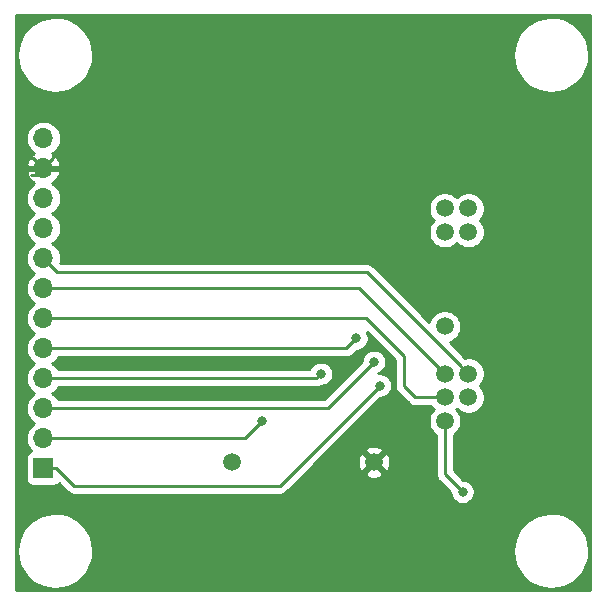
<source format=gbr>
G04 #@! TF.GenerationSoftware,KiCad,Pcbnew,(6.0.0-rc1-dev-1546-g786ee0e)*
G04 #@! TF.CreationDate,2021-05-18T14:50:20-07:00
G04 #@! TF.ProjectId,Dock,446f636b-2e6b-4696-9361-645f70636258,rev?*
G04 #@! TF.SameCoordinates,Original*
G04 #@! TF.FileFunction,Copper,L2,Bot*
G04 #@! TF.FilePolarity,Positive*
%FSLAX46Y46*%
G04 Gerber Fmt 4.6, Leading zero omitted, Abs format (unit mm)*
G04 Created by KiCad (PCBNEW (6.0.0-rc1-dev-1546-g786ee0e)) date Tue 18 May 2021 02:50:20 PM PDT*
%MOMM*%
%LPD*%
G04 APERTURE LIST*
%ADD10C,1.500000*%
%ADD11O,1.700000X1.700000*%
%ADD12R,1.700000X1.700000*%
%ADD13C,0.800000*%
%ADD14C,0.250000*%
%ADD15C,0.254000*%
G04 APERTURE END LIST*
D10*
X96500000Y-47500000D03*
X96500000Y-37500000D03*
X98500000Y-37500000D03*
X96500000Y-39500000D03*
X98500000Y-39500000D03*
X96500000Y-53500000D03*
X96500000Y-51500000D03*
X98500000Y-51500000D03*
X96500000Y-55500000D03*
X98500000Y-53500000D03*
X90500000Y-59000000D03*
X78500000Y-59000000D03*
D11*
X62500000Y-31560000D03*
X62500000Y-34100000D03*
X62500000Y-36640000D03*
X62500000Y-39180000D03*
X62500000Y-41720000D03*
X62500000Y-44260000D03*
X62500000Y-46800000D03*
X62500000Y-49340000D03*
X62500000Y-51880000D03*
X62500000Y-54420000D03*
X62500000Y-56960000D03*
D12*
X62500000Y-59500000D03*
D13*
X98000000Y-61500000D03*
X89000000Y-48500000D03*
X86000000Y-51500000D03*
X90500000Y-50500000D03*
X81000000Y-55500000D03*
X91000000Y-52500000D03*
D14*
X96500000Y-60000000D02*
X96500000Y-55500000D01*
X98000000Y-61500000D02*
X96500000Y-60000000D01*
X97750001Y-50750001D02*
X98500000Y-51500000D01*
X89895001Y-42895001D02*
X97750001Y-50750001D01*
X63675001Y-42895001D02*
X89895001Y-42895001D01*
X62500000Y-41720000D02*
X63675001Y-42895001D01*
X89260000Y-44260000D02*
X96500000Y-51500000D01*
X62500000Y-44260000D02*
X89260000Y-44260000D01*
X89800000Y-46800000D02*
X93000000Y-50000000D01*
X62500000Y-46800000D02*
X89800000Y-46800000D01*
X93000000Y-50000000D02*
X93000000Y-52500000D01*
X93000000Y-52500000D02*
X94000000Y-53500000D01*
X94000000Y-53500000D02*
X96500000Y-53500000D01*
X88160000Y-49340000D02*
X89000000Y-48500000D01*
X62500000Y-49340000D02*
X88160000Y-49340000D01*
X85620000Y-51880000D02*
X86000000Y-51500000D01*
X62500000Y-51880000D02*
X85620000Y-51880000D01*
X86580000Y-54420000D02*
X90500000Y-50500000D01*
X62500000Y-54420000D02*
X86580000Y-54420000D01*
X79540000Y-56960000D02*
X81000000Y-55500000D01*
X62500000Y-56960000D02*
X79540000Y-56960000D01*
X63600000Y-59500000D02*
X65100000Y-61000000D01*
X62500000Y-59500000D02*
X63600000Y-59500000D01*
X82500000Y-61000000D02*
X91000000Y-52500000D01*
X65100000Y-61000000D02*
X82500000Y-61000000D01*
X63349999Y-33250001D02*
X62500000Y-34100000D01*
X63349999Y-33049999D02*
X63349999Y-33250001D01*
X63300000Y-33000000D02*
X63349999Y-33049999D01*
X61650001Y-33250001D02*
X61249999Y-33250001D01*
X61650001Y-33250001D02*
X62500000Y-34100000D01*
X61900000Y-34700000D02*
X62500000Y-34100000D01*
X61500000Y-34700000D02*
X61900000Y-34700000D01*
X61100000Y-34100000D02*
X62500000Y-34100000D01*
X61000000Y-34000000D02*
X61100000Y-34100000D01*
D15*
G36*
X108815000Y-69815000D02*
G01*
X60185000Y-69815000D01*
X60185000Y-66545098D01*
X60270315Y-66545098D01*
X60340583Y-67171555D01*
X60531193Y-67772432D01*
X60834883Y-68324843D01*
X61240087Y-68807747D01*
X61731371Y-69202749D01*
X62290021Y-69494804D01*
X62894758Y-69672788D01*
X63522549Y-69729921D01*
X64149482Y-69664028D01*
X64751675Y-69477618D01*
X65306193Y-69177791D01*
X65791913Y-68775968D01*
X66190336Y-68287455D01*
X66486284Y-67730857D01*
X66668485Y-67127377D01*
X66725578Y-66545098D01*
X102270315Y-66545098D01*
X102340583Y-67171555D01*
X102531193Y-67772432D01*
X102834883Y-68324843D01*
X103240087Y-68807747D01*
X103731371Y-69202749D01*
X104290021Y-69494804D01*
X104894758Y-69672788D01*
X105522549Y-69729921D01*
X106149482Y-69664028D01*
X106751675Y-69477618D01*
X107306193Y-69177791D01*
X107791913Y-68775968D01*
X108190336Y-68287455D01*
X108486284Y-67730857D01*
X108668485Y-67127377D01*
X108730000Y-66500000D01*
X108728741Y-66409813D01*
X108649732Y-65784398D01*
X108450752Y-65186241D01*
X108139378Y-64638124D01*
X107727471Y-64160925D01*
X107230721Y-63772821D01*
X106668047Y-63488594D01*
X106060884Y-63319071D01*
X105432356Y-63270708D01*
X104806405Y-63345349D01*
X104206873Y-63540148D01*
X103656595Y-63847688D01*
X103176532Y-64256253D01*
X102784970Y-64750282D01*
X102496822Y-65310958D01*
X102323064Y-65916923D01*
X102270315Y-66545098D01*
X66725578Y-66545098D01*
X66730000Y-66500000D01*
X66728741Y-66409813D01*
X66649732Y-65784398D01*
X66450752Y-65186241D01*
X66139378Y-64638124D01*
X65727471Y-64160925D01*
X65230721Y-63772821D01*
X64668047Y-63488594D01*
X64060884Y-63319071D01*
X63432356Y-63270708D01*
X62806405Y-63345349D01*
X62206873Y-63540148D01*
X61656595Y-63847688D01*
X61176532Y-64256253D01*
X60784970Y-64750282D01*
X60496822Y-65310958D01*
X60323064Y-65916923D01*
X60270315Y-66545098D01*
X60185000Y-66545098D01*
X60185000Y-36640000D01*
X61007815Y-36640000D01*
X61036487Y-36931111D01*
X61121401Y-37211034D01*
X61259294Y-37469014D01*
X61444866Y-37695134D01*
X61670986Y-37880706D01*
X61725791Y-37910000D01*
X61670986Y-37939294D01*
X61444866Y-38124866D01*
X61259294Y-38350986D01*
X61121401Y-38608966D01*
X61036487Y-38888889D01*
X61007815Y-39180000D01*
X61036487Y-39471111D01*
X61121401Y-39751034D01*
X61259294Y-40009014D01*
X61444866Y-40235134D01*
X61670986Y-40420706D01*
X61725791Y-40450000D01*
X61670986Y-40479294D01*
X61444866Y-40664866D01*
X61259294Y-40890986D01*
X61121401Y-41148966D01*
X61036487Y-41428889D01*
X61007815Y-41720000D01*
X61036487Y-42011111D01*
X61121401Y-42291034D01*
X61259294Y-42549014D01*
X61444866Y-42775134D01*
X61670986Y-42960706D01*
X61725791Y-42990000D01*
X61670986Y-43019294D01*
X61444866Y-43204866D01*
X61259294Y-43430986D01*
X61121401Y-43688966D01*
X61036487Y-43968889D01*
X61007815Y-44260000D01*
X61036487Y-44551111D01*
X61121401Y-44831034D01*
X61259294Y-45089014D01*
X61444866Y-45315134D01*
X61670986Y-45500706D01*
X61725791Y-45530000D01*
X61670986Y-45559294D01*
X61444866Y-45744866D01*
X61259294Y-45970986D01*
X61121401Y-46228966D01*
X61036487Y-46508889D01*
X61007815Y-46800000D01*
X61036487Y-47091111D01*
X61121401Y-47371034D01*
X61259294Y-47629014D01*
X61444866Y-47855134D01*
X61670986Y-48040706D01*
X61725791Y-48070000D01*
X61670986Y-48099294D01*
X61444866Y-48284866D01*
X61259294Y-48510986D01*
X61121401Y-48768966D01*
X61036487Y-49048889D01*
X61007815Y-49340000D01*
X61036487Y-49631111D01*
X61121401Y-49911034D01*
X61259294Y-50169014D01*
X61444866Y-50395134D01*
X61670986Y-50580706D01*
X61725791Y-50610000D01*
X61670986Y-50639294D01*
X61444866Y-50824866D01*
X61259294Y-51050986D01*
X61121401Y-51308966D01*
X61036487Y-51588889D01*
X61007815Y-51880000D01*
X61036487Y-52171111D01*
X61121401Y-52451034D01*
X61259294Y-52709014D01*
X61444866Y-52935134D01*
X61670986Y-53120706D01*
X61725791Y-53150000D01*
X61670986Y-53179294D01*
X61444866Y-53364866D01*
X61259294Y-53590986D01*
X61121401Y-53848966D01*
X61036487Y-54128889D01*
X61007815Y-54420000D01*
X61036487Y-54711111D01*
X61121401Y-54991034D01*
X61259294Y-55249014D01*
X61444866Y-55475134D01*
X61670986Y-55660706D01*
X61725791Y-55690000D01*
X61670986Y-55719294D01*
X61444866Y-55904866D01*
X61259294Y-56130986D01*
X61121401Y-56388966D01*
X61036487Y-56668889D01*
X61007815Y-56960000D01*
X61036487Y-57251111D01*
X61121401Y-57531034D01*
X61259294Y-57789014D01*
X61444866Y-58015134D01*
X61474687Y-58039607D01*
X61405820Y-58060498D01*
X61295506Y-58119463D01*
X61198815Y-58198815D01*
X61119463Y-58295506D01*
X61060498Y-58405820D01*
X61024188Y-58525518D01*
X61011928Y-58650000D01*
X61011928Y-60350000D01*
X61024188Y-60474482D01*
X61060498Y-60594180D01*
X61119463Y-60704494D01*
X61198815Y-60801185D01*
X61295506Y-60880537D01*
X61405820Y-60939502D01*
X61525518Y-60975812D01*
X61650000Y-60988072D01*
X63350000Y-60988072D01*
X63474482Y-60975812D01*
X63594180Y-60939502D01*
X63704494Y-60880537D01*
X63801185Y-60801185D01*
X63812543Y-60787345D01*
X64536201Y-61511003D01*
X64559999Y-61540001D01*
X64675724Y-61634974D01*
X64807753Y-61705546D01*
X64951014Y-61749003D01*
X65062667Y-61760000D01*
X65062676Y-61760000D01*
X65099999Y-61763676D01*
X65137322Y-61760000D01*
X82462678Y-61760000D01*
X82500000Y-61763676D01*
X82537322Y-61760000D01*
X82537333Y-61760000D01*
X82648986Y-61749003D01*
X82792247Y-61705546D01*
X82924276Y-61634974D01*
X83040001Y-61540001D01*
X83063804Y-61510997D01*
X84617808Y-59956993D01*
X89722612Y-59956993D01*
X89788137Y-60195860D01*
X90035116Y-60311760D01*
X90299960Y-60377250D01*
X90572492Y-60389812D01*
X90842238Y-60348965D01*
X91098832Y-60256277D01*
X91211863Y-60195860D01*
X91277388Y-59956993D01*
X90500000Y-59179605D01*
X89722612Y-59956993D01*
X84617808Y-59956993D01*
X85502309Y-59072492D01*
X89110188Y-59072492D01*
X89151035Y-59342238D01*
X89243723Y-59598832D01*
X89304140Y-59711863D01*
X89543007Y-59777388D01*
X90320395Y-59000000D01*
X90679605Y-59000000D01*
X91456993Y-59777388D01*
X91695860Y-59711863D01*
X91811760Y-59464884D01*
X91877250Y-59200040D01*
X91889812Y-58927508D01*
X91848965Y-58657762D01*
X91756277Y-58401168D01*
X91695860Y-58288137D01*
X91456993Y-58222612D01*
X90679605Y-59000000D01*
X90320395Y-59000000D01*
X89543007Y-58222612D01*
X89304140Y-58288137D01*
X89188240Y-58535116D01*
X89122750Y-58799960D01*
X89110188Y-59072492D01*
X85502309Y-59072492D01*
X86531794Y-58043007D01*
X89722612Y-58043007D01*
X90500000Y-58820395D01*
X91277388Y-58043007D01*
X91211863Y-57804140D01*
X90964884Y-57688240D01*
X90700040Y-57622750D01*
X90427508Y-57610188D01*
X90157762Y-57651035D01*
X89901168Y-57743723D01*
X89788137Y-57804140D01*
X89722612Y-58043007D01*
X86531794Y-58043007D01*
X91039802Y-53535000D01*
X91101939Y-53535000D01*
X91301898Y-53495226D01*
X91490256Y-53417205D01*
X91659774Y-53303937D01*
X91803937Y-53159774D01*
X91917205Y-52990256D01*
X91995226Y-52801898D01*
X92035000Y-52601939D01*
X92035000Y-52398061D01*
X91995226Y-52198102D01*
X91917205Y-52009744D01*
X91803937Y-51840226D01*
X91659774Y-51696063D01*
X91490256Y-51582795D01*
X91301898Y-51504774D01*
X91101939Y-51465000D01*
X90898061Y-51465000D01*
X90853444Y-51473875D01*
X90990256Y-51417205D01*
X91159774Y-51303937D01*
X91303937Y-51159774D01*
X91417205Y-50990256D01*
X91495226Y-50801898D01*
X91535000Y-50601939D01*
X91535000Y-50398061D01*
X91495226Y-50198102D01*
X91417205Y-50009744D01*
X91303937Y-49840226D01*
X91159774Y-49696063D01*
X90990256Y-49582795D01*
X90801898Y-49504774D01*
X90601939Y-49465000D01*
X90398061Y-49465000D01*
X90198102Y-49504774D01*
X90009744Y-49582795D01*
X89840226Y-49696063D01*
X89696063Y-49840226D01*
X89582795Y-50009744D01*
X89504774Y-50198102D01*
X89465000Y-50398061D01*
X89465000Y-50460198D01*
X86265199Y-53660000D01*
X63777595Y-53660000D01*
X63740706Y-53590986D01*
X63555134Y-53364866D01*
X63329014Y-53179294D01*
X63274209Y-53150000D01*
X63329014Y-53120706D01*
X63555134Y-52935134D01*
X63740706Y-52709014D01*
X63777595Y-52640000D01*
X85582678Y-52640000D01*
X85620000Y-52643676D01*
X85657322Y-52640000D01*
X85657333Y-52640000D01*
X85768986Y-52629003D01*
X85912247Y-52585546D01*
X86006811Y-52535000D01*
X86101939Y-52535000D01*
X86301898Y-52495226D01*
X86490256Y-52417205D01*
X86659774Y-52303937D01*
X86803937Y-52159774D01*
X86917205Y-51990256D01*
X86995226Y-51801898D01*
X87035000Y-51601939D01*
X87035000Y-51398061D01*
X86995226Y-51198102D01*
X86917205Y-51009744D01*
X86803937Y-50840226D01*
X86659774Y-50696063D01*
X86490256Y-50582795D01*
X86301898Y-50504774D01*
X86101939Y-50465000D01*
X85898061Y-50465000D01*
X85698102Y-50504774D01*
X85509744Y-50582795D01*
X85340226Y-50696063D01*
X85196063Y-50840226D01*
X85082795Y-51009744D01*
X85037125Y-51120000D01*
X63777595Y-51120000D01*
X63740706Y-51050986D01*
X63555134Y-50824866D01*
X63329014Y-50639294D01*
X63274209Y-50610000D01*
X63329014Y-50580706D01*
X63555134Y-50395134D01*
X63740706Y-50169014D01*
X63777595Y-50100000D01*
X88122678Y-50100000D01*
X88160000Y-50103676D01*
X88197322Y-50100000D01*
X88197333Y-50100000D01*
X88308986Y-50089003D01*
X88452247Y-50045546D01*
X88584276Y-49974974D01*
X88700001Y-49880001D01*
X88723803Y-49850998D01*
X89039802Y-49535000D01*
X89101939Y-49535000D01*
X89301898Y-49495226D01*
X89490256Y-49417205D01*
X89659774Y-49303937D01*
X89803937Y-49159774D01*
X89917205Y-48990256D01*
X89995226Y-48801898D01*
X90035000Y-48601939D01*
X90035000Y-48398061D01*
X89995226Y-48198102D01*
X89917205Y-48009744D01*
X89881488Y-47956289D01*
X92240000Y-50314803D01*
X92240001Y-52462668D01*
X92236324Y-52500000D01*
X92240001Y-52537333D01*
X92250998Y-52648986D01*
X92264180Y-52692442D01*
X92294454Y-52792246D01*
X92365026Y-52924276D01*
X92418142Y-52988997D01*
X92460000Y-53040001D01*
X92488998Y-53063799D01*
X93436201Y-54011003D01*
X93459999Y-54040001D01*
X93488997Y-54063799D01*
X93575724Y-54134974D01*
X93707753Y-54205546D01*
X93851014Y-54249003D01*
X94000000Y-54263677D01*
X94037333Y-54260000D01*
X95342091Y-54260000D01*
X95424201Y-54382886D01*
X95541315Y-54500000D01*
X95424201Y-54617114D01*
X95272629Y-54843957D01*
X95168225Y-55096011D01*
X95115000Y-55363589D01*
X95115000Y-55636411D01*
X95168225Y-55903989D01*
X95272629Y-56156043D01*
X95424201Y-56382886D01*
X95617114Y-56575799D01*
X95740001Y-56657909D01*
X95740000Y-59962677D01*
X95736324Y-60000000D01*
X95740000Y-60037322D01*
X95740000Y-60037332D01*
X95750997Y-60148985D01*
X95794454Y-60292246D01*
X95865026Y-60424276D01*
X95898448Y-60465000D01*
X95959999Y-60540001D01*
X95989003Y-60563804D01*
X96965000Y-61539802D01*
X96965000Y-61601939D01*
X97004774Y-61801898D01*
X97082795Y-61990256D01*
X97196063Y-62159774D01*
X97340226Y-62303937D01*
X97509744Y-62417205D01*
X97698102Y-62495226D01*
X97898061Y-62535000D01*
X98101939Y-62535000D01*
X98301898Y-62495226D01*
X98490256Y-62417205D01*
X98659774Y-62303937D01*
X98803937Y-62159774D01*
X98917205Y-61990256D01*
X98995226Y-61801898D01*
X99035000Y-61601939D01*
X99035000Y-61398061D01*
X98995226Y-61198102D01*
X98917205Y-61009744D01*
X98803937Y-60840226D01*
X98659774Y-60696063D01*
X98490256Y-60582795D01*
X98301898Y-60504774D01*
X98101939Y-60465000D01*
X98039802Y-60465000D01*
X97260000Y-59685199D01*
X97260000Y-56657909D01*
X97382886Y-56575799D01*
X97575799Y-56382886D01*
X97727371Y-56156043D01*
X97831775Y-55903989D01*
X97885000Y-55636411D01*
X97885000Y-55363589D01*
X97831775Y-55096011D01*
X97727371Y-54843957D01*
X97575799Y-54617114D01*
X97458685Y-54500000D01*
X97500000Y-54458685D01*
X97617114Y-54575799D01*
X97843957Y-54727371D01*
X98096011Y-54831775D01*
X98363589Y-54885000D01*
X98636411Y-54885000D01*
X98903989Y-54831775D01*
X99156043Y-54727371D01*
X99382886Y-54575799D01*
X99575799Y-54382886D01*
X99727371Y-54156043D01*
X99831775Y-53903989D01*
X99885000Y-53636411D01*
X99885000Y-53363589D01*
X99831775Y-53096011D01*
X99727371Y-52843957D01*
X99575799Y-52617114D01*
X99458685Y-52500000D01*
X99575799Y-52382886D01*
X99727371Y-52156043D01*
X99831775Y-51903989D01*
X99885000Y-51636411D01*
X99885000Y-51363589D01*
X99831775Y-51096011D01*
X99727371Y-50843957D01*
X99575799Y-50617114D01*
X99382886Y-50424201D01*
X99156043Y-50272629D01*
X98903989Y-50168225D01*
X98636411Y-50115000D01*
X98363589Y-50115000D01*
X98218635Y-50143833D01*
X96905819Y-48831017D01*
X97156043Y-48727371D01*
X97382886Y-48575799D01*
X97575799Y-48382886D01*
X97727371Y-48156043D01*
X97831775Y-47903989D01*
X97885000Y-47636411D01*
X97885000Y-47363589D01*
X97831775Y-47096011D01*
X97727371Y-46843957D01*
X97575799Y-46617114D01*
X97382886Y-46424201D01*
X97156043Y-46272629D01*
X96903989Y-46168225D01*
X96636411Y-46115000D01*
X96363589Y-46115000D01*
X96096011Y-46168225D01*
X95843957Y-46272629D01*
X95617114Y-46424201D01*
X95424201Y-46617114D01*
X95272629Y-46843957D01*
X95168983Y-47094181D01*
X90458805Y-42384004D01*
X90435002Y-42355000D01*
X90319277Y-42260027D01*
X90187248Y-42189455D01*
X90043987Y-42145998D01*
X89932334Y-42135001D01*
X89932323Y-42135001D01*
X89895001Y-42131325D01*
X89857679Y-42135001D01*
X63989803Y-42135001D01*
X63940797Y-42085995D01*
X63963513Y-42011111D01*
X63992185Y-41720000D01*
X63963513Y-41428889D01*
X63878599Y-41148966D01*
X63740706Y-40890986D01*
X63555134Y-40664866D01*
X63329014Y-40479294D01*
X63274209Y-40450000D01*
X63329014Y-40420706D01*
X63555134Y-40235134D01*
X63740706Y-40009014D01*
X63878599Y-39751034D01*
X63963513Y-39471111D01*
X63992185Y-39180000D01*
X63963513Y-38888889D01*
X63878599Y-38608966D01*
X63740706Y-38350986D01*
X63555134Y-38124866D01*
X63329014Y-37939294D01*
X63274209Y-37910000D01*
X63329014Y-37880706D01*
X63555134Y-37695134D01*
X63740706Y-37469014D01*
X63797056Y-37363589D01*
X95115000Y-37363589D01*
X95115000Y-37636411D01*
X95168225Y-37903989D01*
X95272629Y-38156043D01*
X95424201Y-38382886D01*
X95541315Y-38500000D01*
X95424201Y-38617114D01*
X95272629Y-38843957D01*
X95168225Y-39096011D01*
X95115000Y-39363589D01*
X95115000Y-39636411D01*
X95168225Y-39903989D01*
X95272629Y-40156043D01*
X95424201Y-40382886D01*
X95617114Y-40575799D01*
X95843957Y-40727371D01*
X96096011Y-40831775D01*
X96363589Y-40885000D01*
X96636411Y-40885000D01*
X96903989Y-40831775D01*
X97156043Y-40727371D01*
X97382886Y-40575799D01*
X97500000Y-40458685D01*
X97617114Y-40575799D01*
X97843957Y-40727371D01*
X98096011Y-40831775D01*
X98363589Y-40885000D01*
X98636411Y-40885000D01*
X98903989Y-40831775D01*
X99156043Y-40727371D01*
X99382886Y-40575799D01*
X99575799Y-40382886D01*
X99727371Y-40156043D01*
X99831775Y-39903989D01*
X99885000Y-39636411D01*
X99885000Y-39363589D01*
X99831775Y-39096011D01*
X99727371Y-38843957D01*
X99575799Y-38617114D01*
X99458685Y-38500000D01*
X99575799Y-38382886D01*
X99727371Y-38156043D01*
X99831775Y-37903989D01*
X99885000Y-37636411D01*
X99885000Y-37363589D01*
X99831775Y-37096011D01*
X99727371Y-36843957D01*
X99575799Y-36617114D01*
X99382886Y-36424201D01*
X99156043Y-36272629D01*
X98903989Y-36168225D01*
X98636411Y-36115000D01*
X98363589Y-36115000D01*
X98096011Y-36168225D01*
X97843957Y-36272629D01*
X97617114Y-36424201D01*
X97500000Y-36541315D01*
X97382886Y-36424201D01*
X97156043Y-36272629D01*
X96903989Y-36168225D01*
X96636411Y-36115000D01*
X96363589Y-36115000D01*
X96096011Y-36168225D01*
X95843957Y-36272629D01*
X95617114Y-36424201D01*
X95424201Y-36617114D01*
X95272629Y-36843957D01*
X95168225Y-37096011D01*
X95115000Y-37363589D01*
X63797056Y-37363589D01*
X63878599Y-37211034D01*
X63963513Y-36931111D01*
X63992185Y-36640000D01*
X63963513Y-36348889D01*
X63878599Y-36068966D01*
X63740706Y-35810986D01*
X63555134Y-35584866D01*
X63329014Y-35399294D01*
X63264477Y-35364799D01*
X63381355Y-35295178D01*
X63597588Y-35100269D01*
X63771641Y-34866920D01*
X63896825Y-34604099D01*
X63941476Y-34456890D01*
X63820155Y-34227000D01*
X62627000Y-34227000D01*
X62627000Y-34247000D01*
X62373000Y-34247000D01*
X62373000Y-34227000D01*
X61179845Y-34227000D01*
X61058524Y-34456890D01*
X61103175Y-34604099D01*
X61228359Y-34866920D01*
X61402412Y-35100269D01*
X61618645Y-35295178D01*
X61735523Y-35364799D01*
X61670986Y-35399294D01*
X61444866Y-35584866D01*
X61259294Y-35810986D01*
X61121401Y-36068966D01*
X61036487Y-36348889D01*
X61007815Y-36640000D01*
X60185000Y-36640000D01*
X60185000Y-31560000D01*
X61007815Y-31560000D01*
X61036487Y-31851111D01*
X61121401Y-32131034D01*
X61259294Y-32389014D01*
X61444866Y-32615134D01*
X61670986Y-32800706D01*
X61735523Y-32835201D01*
X61618645Y-32904822D01*
X61402412Y-33099731D01*
X61228359Y-33333080D01*
X61103175Y-33595901D01*
X61058524Y-33743110D01*
X61179845Y-33973000D01*
X62373000Y-33973000D01*
X62373000Y-33953000D01*
X62627000Y-33953000D01*
X62627000Y-33973000D01*
X63820155Y-33973000D01*
X63941476Y-33743110D01*
X63896825Y-33595901D01*
X63771641Y-33333080D01*
X63597588Y-33099731D01*
X63381355Y-32904822D01*
X63264477Y-32835201D01*
X63329014Y-32800706D01*
X63555134Y-32615134D01*
X63740706Y-32389014D01*
X63878599Y-32131034D01*
X63963513Y-31851111D01*
X63992185Y-31560000D01*
X63963513Y-31268889D01*
X63878599Y-30988966D01*
X63740706Y-30730986D01*
X63555134Y-30504866D01*
X63329014Y-30319294D01*
X63071034Y-30181401D01*
X62791111Y-30096487D01*
X62572950Y-30075000D01*
X62427050Y-30075000D01*
X62208889Y-30096487D01*
X61928966Y-30181401D01*
X61670986Y-30319294D01*
X61444866Y-30504866D01*
X61259294Y-30730986D01*
X61121401Y-30988966D01*
X61036487Y-31268889D01*
X61007815Y-31560000D01*
X60185000Y-31560000D01*
X60185000Y-24545098D01*
X60270315Y-24545098D01*
X60340583Y-25171555D01*
X60531193Y-25772432D01*
X60834883Y-26324843D01*
X61240087Y-26807747D01*
X61731371Y-27202749D01*
X62290021Y-27494804D01*
X62894758Y-27672788D01*
X63522549Y-27729921D01*
X64149482Y-27664028D01*
X64751675Y-27477618D01*
X65306193Y-27177791D01*
X65791913Y-26775968D01*
X66190336Y-26287455D01*
X66486284Y-25730857D01*
X66668485Y-25127377D01*
X66725578Y-24545098D01*
X102270315Y-24545098D01*
X102340583Y-25171555D01*
X102531193Y-25772432D01*
X102834883Y-26324843D01*
X103240087Y-26807747D01*
X103731371Y-27202749D01*
X104290021Y-27494804D01*
X104894758Y-27672788D01*
X105522549Y-27729921D01*
X106149482Y-27664028D01*
X106751675Y-27477618D01*
X107306193Y-27177791D01*
X107791913Y-26775968D01*
X108190336Y-26287455D01*
X108486284Y-25730857D01*
X108668485Y-25127377D01*
X108730000Y-24500000D01*
X108728741Y-24409813D01*
X108649732Y-23784398D01*
X108450752Y-23186241D01*
X108139378Y-22638124D01*
X107727471Y-22160925D01*
X107230721Y-21772821D01*
X106668047Y-21488594D01*
X106060884Y-21319071D01*
X105432356Y-21270708D01*
X104806405Y-21345349D01*
X104206873Y-21540148D01*
X103656595Y-21847688D01*
X103176532Y-22256253D01*
X102784970Y-22750282D01*
X102496822Y-23310958D01*
X102323064Y-23916923D01*
X102270315Y-24545098D01*
X66725578Y-24545098D01*
X66730000Y-24500000D01*
X66728741Y-24409813D01*
X66649732Y-23784398D01*
X66450752Y-23186241D01*
X66139378Y-22638124D01*
X65727471Y-22160925D01*
X65230721Y-21772821D01*
X64668047Y-21488594D01*
X64060884Y-21319071D01*
X63432356Y-21270708D01*
X62806405Y-21345349D01*
X62206873Y-21540148D01*
X61656595Y-21847688D01*
X61176532Y-22256253D01*
X60784970Y-22750282D01*
X60496822Y-23310958D01*
X60323064Y-23916923D01*
X60270315Y-24545098D01*
X60185000Y-24545098D01*
X60185000Y-21160000D01*
X108815001Y-21160000D01*
X108815000Y-69815000D01*
X108815000Y-69815000D01*
G37*
X108815000Y-69815000D02*
X60185000Y-69815000D01*
X60185000Y-66545098D01*
X60270315Y-66545098D01*
X60340583Y-67171555D01*
X60531193Y-67772432D01*
X60834883Y-68324843D01*
X61240087Y-68807747D01*
X61731371Y-69202749D01*
X62290021Y-69494804D01*
X62894758Y-69672788D01*
X63522549Y-69729921D01*
X64149482Y-69664028D01*
X64751675Y-69477618D01*
X65306193Y-69177791D01*
X65791913Y-68775968D01*
X66190336Y-68287455D01*
X66486284Y-67730857D01*
X66668485Y-67127377D01*
X66725578Y-66545098D01*
X102270315Y-66545098D01*
X102340583Y-67171555D01*
X102531193Y-67772432D01*
X102834883Y-68324843D01*
X103240087Y-68807747D01*
X103731371Y-69202749D01*
X104290021Y-69494804D01*
X104894758Y-69672788D01*
X105522549Y-69729921D01*
X106149482Y-69664028D01*
X106751675Y-69477618D01*
X107306193Y-69177791D01*
X107791913Y-68775968D01*
X108190336Y-68287455D01*
X108486284Y-67730857D01*
X108668485Y-67127377D01*
X108730000Y-66500000D01*
X108728741Y-66409813D01*
X108649732Y-65784398D01*
X108450752Y-65186241D01*
X108139378Y-64638124D01*
X107727471Y-64160925D01*
X107230721Y-63772821D01*
X106668047Y-63488594D01*
X106060884Y-63319071D01*
X105432356Y-63270708D01*
X104806405Y-63345349D01*
X104206873Y-63540148D01*
X103656595Y-63847688D01*
X103176532Y-64256253D01*
X102784970Y-64750282D01*
X102496822Y-65310958D01*
X102323064Y-65916923D01*
X102270315Y-66545098D01*
X66725578Y-66545098D01*
X66730000Y-66500000D01*
X66728741Y-66409813D01*
X66649732Y-65784398D01*
X66450752Y-65186241D01*
X66139378Y-64638124D01*
X65727471Y-64160925D01*
X65230721Y-63772821D01*
X64668047Y-63488594D01*
X64060884Y-63319071D01*
X63432356Y-63270708D01*
X62806405Y-63345349D01*
X62206873Y-63540148D01*
X61656595Y-63847688D01*
X61176532Y-64256253D01*
X60784970Y-64750282D01*
X60496822Y-65310958D01*
X60323064Y-65916923D01*
X60270315Y-66545098D01*
X60185000Y-66545098D01*
X60185000Y-36640000D01*
X61007815Y-36640000D01*
X61036487Y-36931111D01*
X61121401Y-37211034D01*
X61259294Y-37469014D01*
X61444866Y-37695134D01*
X61670986Y-37880706D01*
X61725791Y-37910000D01*
X61670986Y-37939294D01*
X61444866Y-38124866D01*
X61259294Y-38350986D01*
X61121401Y-38608966D01*
X61036487Y-38888889D01*
X61007815Y-39180000D01*
X61036487Y-39471111D01*
X61121401Y-39751034D01*
X61259294Y-40009014D01*
X61444866Y-40235134D01*
X61670986Y-40420706D01*
X61725791Y-40450000D01*
X61670986Y-40479294D01*
X61444866Y-40664866D01*
X61259294Y-40890986D01*
X61121401Y-41148966D01*
X61036487Y-41428889D01*
X61007815Y-41720000D01*
X61036487Y-42011111D01*
X61121401Y-42291034D01*
X61259294Y-42549014D01*
X61444866Y-42775134D01*
X61670986Y-42960706D01*
X61725791Y-42990000D01*
X61670986Y-43019294D01*
X61444866Y-43204866D01*
X61259294Y-43430986D01*
X61121401Y-43688966D01*
X61036487Y-43968889D01*
X61007815Y-44260000D01*
X61036487Y-44551111D01*
X61121401Y-44831034D01*
X61259294Y-45089014D01*
X61444866Y-45315134D01*
X61670986Y-45500706D01*
X61725791Y-45530000D01*
X61670986Y-45559294D01*
X61444866Y-45744866D01*
X61259294Y-45970986D01*
X61121401Y-46228966D01*
X61036487Y-46508889D01*
X61007815Y-46800000D01*
X61036487Y-47091111D01*
X61121401Y-47371034D01*
X61259294Y-47629014D01*
X61444866Y-47855134D01*
X61670986Y-48040706D01*
X61725791Y-48070000D01*
X61670986Y-48099294D01*
X61444866Y-48284866D01*
X61259294Y-48510986D01*
X61121401Y-48768966D01*
X61036487Y-49048889D01*
X61007815Y-49340000D01*
X61036487Y-49631111D01*
X61121401Y-49911034D01*
X61259294Y-50169014D01*
X61444866Y-50395134D01*
X61670986Y-50580706D01*
X61725791Y-50610000D01*
X61670986Y-50639294D01*
X61444866Y-50824866D01*
X61259294Y-51050986D01*
X61121401Y-51308966D01*
X61036487Y-51588889D01*
X61007815Y-51880000D01*
X61036487Y-52171111D01*
X61121401Y-52451034D01*
X61259294Y-52709014D01*
X61444866Y-52935134D01*
X61670986Y-53120706D01*
X61725791Y-53150000D01*
X61670986Y-53179294D01*
X61444866Y-53364866D01*
X61259294Y-53590986D01*
X61121401Y-53848966D01*
X61036487Y-54128889D01*
X61007815Y-54420000D01*
X61036487Y-54711111D01*
X61121401Y-54991034D01*
X61259294Y-55249014D01*
X61444866Y-55475134D01*
X61670986Y-55660706D01*
X61725791Y-55690000D01*
X61670986Y-55719294D01*
X61444866Y-55904866D01*
X61259294Y-56130986D01*
X61121401Y-56388966D01*
X61036487Y-56668889D01*
X61007815Y-56960000D01*
X61036487Y-57251111D01*
X61121401Y-57531034D01*
X61259294Y-57789014D01*
X61444866Y-58015134D01*
X61474687Y-58039607D01*
X61405820Y-58060498D01*
X61295506Y-58119463D01*
X61198815Y-58198815D01*
X61119463Y-58295506D01*
X61060498Y-58405820D01*
X61024188Y-58525518D01*
X61011928Y-58650000D01*
X61011928Y-60350000D01*
X61024188Y-60474482D01*
X61060498Y-60594180D01*
X61119463Y-60704494D01*
X61198815Y-60801185D01*
X61295506Y-60880537D01*
X61405820Y-60939502D01*
X61525518Y-60975812D01*
X61650000Y-60988072D01*
X63350000Y-60988072D01*
X63474482Y-60975812D01*
X63594180Y-60939502D01*
X63704494Y-60880537D01*
X63801185Y-60801185D01*
X63812543Y-60787345D01*
X64536201Y-61511003D01*
X64559999Y-61540001D01*
X64675724Y-61634974D01*
X64807753Y-61705546D01*
X64951014Y-61749003D01*
X65062667Y-61760000D01*
X65062676Y-61760000D01*
X65099999Y-61763676D01*
X65137322Y-61760000D01*
X82462678Y-61760000D01*
X82500000Y-61763676D01*
X82537322Y-61760000D01*
X82537333Y-61760000D01*
X82648986Y-61749003D01*
X82792247Y-61705546D01*
X82924276Y-61634974D01*
X83040001Y-61540001D01*
X83063804Y-61510997D01*
X84617808Y-59956993D01*
X89722612Y-59956993D01*
X89788137Y-60195860D01*
X90035116Y-60311760D01*
X90299960Y-60377250D01*
X90572492Y-60389812D01*
X90842238Y-60348965D01*
X91098832Y-60256277D01*
X91211863Y-60195860D01*
X91277388Y-59956993D01*
X90500000Y-59179605D01*
X89722612Y-59956993D01*
X84617808Y-59956993D01*
X85502309Y-59072492D01*
X89110188Y-59072492D01*
X89151035Y-59342238D01*
X89243723Y-59598832D01*
X89304140Y-59711863D01*
X89543007Y-59777388D01*
X90320395Y-59000000D01*
X90679605Y-59000000D01*
X91456993Y-59777388D01*
X91695860Y-59711863D01*
X91811760Y-59464884D01*
X91877250Y-59200040D01*
X91889812Y-58927508D01*
X91848965Y-58657762D01*
X91756277Y-58401168D01*
X91695860Y-58288137D01*
X91456993Y-58222612D01*
X90679605Y-59000000D01*
X90320395Y-59000000D01*
X89543007Y-58222612D01*
X89304140Y-58288137D01*
X89188240Y-58535116D01*
X89122750Y-58799960D01*
X89110188Y-59072492D01*
X85502309Y-59072492D01*
X86531794Y-58043007D01*
X89722612Y-58043007D01*
X90500000Y-58820395D01*
X91277388Y-58043007D01*
X91211863Y-57804140D01*
X90964884Y-57688240D01*
X90700040Y-57622750D01*
X90427508Y-57610188D01*
X90157762Y-57651035D01*
X89901168Y-57743723D01*
X89788137Y-57804140D01*
X89722612Y-58043007D01*
X86531794Y-58043007D01*
X91039802Y-53535000D01*
X91101939Y-53535000D01*
X91301898Y-53495226D01*
X91490256Y-53417205D01*
X91659774Y-53303937D01*
X91803937Y-53159774D01*
X91917205Y-52990256D01*
X91995226Y-52801898D01*
X92035000Y-52601939D01*
X92035000Y-52398061D01*
X91995226Y-52198102D01*
X91917205Y-52009744D01*
X91803937Y-51840226D01*
X91659774Y-51696063D01*
X91490256Y-51582795D01*
X91301898Y-51504774D01*
X91101939Y-51465000D01*
X90898061Y-51465000D01*
X90853444Y-51473875D01*
X90990256Y-51417205D01*
X91159774Y-51303937D01*
X91303937Y-51159774D01*
X91417205Y-50990256D01*
X91495226Y-50801898D01*
X91535000Y-50601939D01*
X91535000Y-50398061D01*
X91495226Y-50198102D01*
X91417205Y-50009744D01*
X91303937Y-49840226D01*
X91159774Y-49696063D01*
X90990256Y-49582795D01*
X90801898Y-49504774D01*
X90601939Y-49465000D01*
X90398061Y-49465000D01*
X90198102Y-49504774D01*
X90009744Y-49582795D01*
X89840226Y-49696063D01*
X89696063Y-49840226D01*
X89582795Y-50009744D01*
X89504774Y-50198102D01*
X89465000Y-50398061D01*
X89465000Y-50460198D01*
X86265199Y-53660000D01*
X63777595Y-53660000D01*
X63740706Y-53590986D01*
X63555134Y-53364866D01*
X63329014Y-53179294D01*
X63274209Y-53150000D01*
X63329014Y-53120706D01*
X63555134Y-52935134D01*
X63740706Y-52709014D01*
X63777595Y-52640000D01*
X85582678Y-52640000D01*
X85620000Y-52643676D01*
X85657322Y-52640000D01*
X85657333Y-52640000D01*
X85768986Y-52629003D01*
X85912247Y-52585546D01*
X86006811Y-52535000D01*
X86101939Y-52535000D01*
X86301898Y-52495226D01*
X86490256Y-52417205D01*
X86659774Y-52303937D01*
X86803937Y-52159774D01*
X86917205Y-51990256D01*
X86995226Y-51801898D01*
X87035000Y-51601939D01*
X87035000Y-51398061D01*
X86995226Y-51198102D01*
X86917205Y-51009744D01*
X86803937Y-50840226D01*
X86659774Y-50696063D01*
X86490256Y-50582795D01*
X86301898Y-50504774D01*
X86101939Y-50465000D01*
X85898061Y-50465000D01*
X85698102Y-50504774D01*
X85509744Y-50582795D01*
X85340226Y-50696063D01*
X85196063Y-50840226D01*
X85082795Y-51009744D01*
X85037125Y-51120000D01*
X63777595Y-51120000D01*
X63740706Y-51050986D01*
X63555134Y-50824866D01*
X63329014Y-50639294D01*
X63274209Y-50610000D01*
X63329014Y-50580706D01*
X63555134Y-50395134D01*
X63740706Y-50169014D01*
X63777595Y-50100000D01*
X88122678Y-50100000D01*
X88160000Y-50103676D01*
X88197322Y-50100000D01*
X88197333Y-50100000D01*
X88308986Y-50089003D01*
X88452247Y-50045546D01*
X88584276Y-49974974D01*
X88700001Y-49880001D01*
X88723803Y-49850998D01*
X89039802Y-49535000D01*
X89101939Y-49535000D01*
X89301898Y-49495226D01*
X89490256Y-49417205D01*
X89659774Y-49303937D01*
X89803937Y-49159774D01*
X89917205Y-48990256D01*
X89995226Y-48801898D01*
X90035000Y-48601939D01*
X90035000Y-48398061D01*
X89995226Y-48198102D01*
X89917205Y-48009744D01*
X89881488Y-47956289D01*
X92240000Y-50314803D01*
X92240001Y-52462668D01*
X92236324Y-52500000D01*
X92240001Y-52537333D01*
X92250998Y-52648986D01*
X92264180Y-52692442D01*
X92294454Y-52792246D01*
X92365026Y-52924276D01*
X92418142Y-52988997D01*
X92460000Y-53040001D01*
X92488998Y-53063799D01*
X93436201Y-54011003D01*
X93459999Y-54040001D01*
X93488997Y-54063799D01*
X93575724Y-54134974D01*
X93707753Y-54205546D01*
X93851014Y-54249003D01*
X94000000Y-54263677D01*
X94037333Y-54260000D01*
X95342091Y-54260000D01*
X95424201Y-54382886D01*
X95541315Y-54500000D01*
X95424201Y-54617114D01*
X95272629Y-54843957D01*
X95168225Y-55096011D01*
X95115000Y-55363589D01*
X95115000Y-55636411D01*
X95168225Y-55903989D01*
X95272629Y-56156043D01*
X95424201Y-56382886D01*
X95617114Y-56575799D01*
X95740001Y-56657909D01*
X95740000Y-59962677D01*
X95736324Y-60000000D01*
X95740000Y-60037322D01*
X95740000Y-60037332D01*
X95750997Y-60148985D01*
X95794454Y-60292246D01*
X95865026Y-60424276D01*
X95898448Y-60465000D01*
X95959999Y-60540001D01*
X95989003Y-60563804D01*
X96965000Y-61539802D01*
X96965000Y-61601939D01*
X97004774Y-61801898D01*
X97082795Y-61990256D01*
X97196063Y-62159774D01*
X97340226Y-62303937D01*
X97509744Y-62417205D01*
X97698102Y-62495226D01*
X97898061Y-62535000D01*
X98101939Y-62535000D01*
X98301898Y-62495226D01*
X98490256Y-62417205D01*
X98659774Y-62303937D01*
X98803937Y-62159774D01*
X98917205Y-61990256D01*
X98995226Y-61801898D01*
X99035000Y-61601939D01*
X99035000Y-61398061D01*
X98995226Y-61198102D01*
X98917205Y-61009744D01*
X98803937Y-60840226D01*
X98659774Y-60696063D01*
X98490256Y-60582795D01*
X98301898Y-60504774D01*
X98101939Y-60465000D01*
X98039802Y-60465000D01*
X97260000Y-59685199D01*
X97260000Y-56657909D01*
X97382886Y-56575799D01*
X97575799Y-56382886D01*
X97727371Y-56156043D01*
X97831775Y-55903989D01*
X97885000Y-55636411D01*
X97885000Y-55363589D01*
X97831775Y-55096011D01*
X97727371Y-54843957D01*
X97575799Y-54617114D01*
X97458685Y-54500000D01*
X97500000Y-54458685D01*
X97617114Y-54575799D01*
X97843957Y-54727371D01*
X98096011Y-54831775D01*
X98363589Y-54885000D01*
X98636411Y-54885000D01*
X98903989Y-54831775D01*
X99156043Y-54727371D01*
X99382886Y-54575799D01*
X99575799Y-54382886D01*
X99727371Y-54156043D01*
X99831775Y-53903989D01*
X99885000Y-53636411D01*
X99885000Y-53363589D01*
X99831775Y-53096011D01*
X99727371Y-52843957D01*
X99575799Y-52617114D01*
X99458685Y-52500000D01*
X99575799Y-52382886D01*
X99727371Y-52156043D01*
X99831775Y-51903989D01*
X99885000Y-51636411D01*
X99885000Y-51363589D01*
X99831775Y-51096011D01*
X99727371Y-50843957D01*
X99575799Y-50617114D01*
X99382886Y-50424201D01*
X99156043Y-50272629D01*
X98903989Y-50168225D01*
X98636411Y-50115000D01*
X98363589Y-50115000D01*
X98218635Y-50143833D01*
X96905819Y-48831017D01*
X97156043Y-48727371D01*
X97382886Y-48575799D01*
X97575799Y-48382886D01*
X97727371Y-48156043D01*
X97831775Y-47903989D01*
X97885000Y-47636411D01*
X97885000Y-47363589D01*
X97831775Y-47096011D01*
X97727371Y-46843957D01*
X97575799Y-46617114D01*
X97382886Y-46424201D01*
X97156043Y-46272629D01*
X96903989Y-46168225D01*
X96636411Y-46115000D01*
X96363589Y-46115000D01*
X96096011Y-46168225D01*
X95843957Y-46272629D01*
X95617114Y-46424201D01*
X95424201Y-46617114D01*
X95272629Y-46843957D01*
X95168983Y-47094181D01*
X90458805Y-42384004D01*
X90435002Y-42355000D01*
X90319277Y-42260027D01*
X90187248Y-42189455D01*
X90043987Y-42145998D01*
X89932334Y-42135001D01*
X89932323Y-42135001D01*
X89895001Y-42131325D01*
X89857679Y-42135001D01*
X63989803Y-42135001D01*
X63940797Y-42085995D01*
X63963513Y-42011111D01*
X63992185Y-41720000D01*
X63963513Y-41428889D01*
X63878599Y-41148966D01*
X63740706Y-40890986D01*
X63555134Y-40664866D01*
X63329014Y-40479294D01*
X63274209Y-40450000D01*
X63329014Y-40420706D01*
X63555134Y-40235134D01*
X63740706Y-40009014D01*
X63878599Y-39751034D01*
X63963513Y-39471111D01*
X63992185Y-39180000D01*
X63963513Y-38888889D01*
X63878599Y-38608966D01*
X63740706Y-38350986D01*
X63555134Y-38124866D01*
X63329014Y-37939294D01*
X63274209Y-37910000D01*
X63329014Y-37880706D01*
X63555134Y-37695134D01*
X63740706Y-37469014D01*
X63797056Y-37363589D01*
X95115000Y-37363589D01*
X95115000Y-37636411D01*
X95168225Y-37903989D01*
X95272629Y-38156043D01*
X95424201Y-38382886D01*
X95541315Y-38500000D01*
X95424201Y-38617114D01*
X95272629Y-38843957D01*
X95168225Y-39096011D01*
X95115000Y-39363589D01*
X95115000Y-39636411D01*
X95168225Y-39903989D01*
X95272629Y-40156043D01*
X95424201Y-40382886D01*
X95617114Y-40575799D01*
X95843957Y-40727371D01*
X96096011Y-40831775D01*
X96363589Y-40885000D01*
X96636411Y-40885000D01*
X96903989Y-40831775D01*
X97156043Y-40727371D01*
X97382886Y-40575799D01*
X97500000Y-40458685D01*
X97617114Y-40575799D01*
X97843957Y-40727371D01*
X98096011Y-40831775D01*
X98363589Y-40885000D01*
X98636411Y-40885000D01*
X98903989Y-40831775D01*
X99156043Y-40727371D01*
X99382886Y-40575799D01*
X99575799Y-40382886D01*
X99727371Y-40156043D01*
X99831775Y-39903989D01*
X99885000Y-39636411D01*
X99885000Y-39363589D01*
X99831775Y-39096011D01*
X99727371Y-38843957D01*
X99575799Y-38617114D01*
X99458685Y-38500000D01*
X99575799Y-38382886D01*
X99727371Y-38156043D01*
X99831775Y-37903989D01*
X99885000Y-37636411D01*
X99885000Y-37363589D01*
X99831775Y-37096011D01*
X99727371Y-36843957D01*
X99575799Y-36617114D01*
X99382886Y-36424201D01*
X99156043Y-36272629D01*
X98903989Y-36168225D01*
X98636411Y-36115000D01*
X98363589Y-36115000D01*
X98096011Y-36168225D01*
X97843957Y-36272629D01*
X97617114Y-36424201D01*
X97500000Y-36541315D01*
X97382886Y-36424201D01*
X97156043Y-36272629D01*
X96903989Y-36168225D01*
X96636411Y-36115000D01*
X96363589Y-36115000D01*
X96096011Y-36168225D01*
X95843957Y-36272629D01*
X95617114Y-36424201D01*
X95424201Y-36617114D01*
X95272629Y-36843957D01*
X95168225Y-37096011D01*
X95115000Y-37363589D01*
X63797056Y-37363589D01*
X63878599Y-37211034D01*
X63963513Y-36931111D01*
X63992185Y-36640000D01*
X63963513Y-36348889D01*
X63878599Y-36068966D01*
X63740706Y-35810986D01*
X63555134Y-35584866D01*
X63329014Y-35399294D01*
X63264477Y-35364799D01*
X63381355Y-35295178D01*
X63597588Y-35100269D01*
X63771641Y-34866920D01*
X63896825Y-34604099D01*
X63941476Y-34456890D01*
X63820155Y-34227000D01*
X62627000Y-34227000D01*
X62627000Y-34247000D01*
X62373000Y-34247000D01*
X62373000Y-34227000D01*
X61179845Y-34227000D01*
X61058524Y-34456890D01*
X61103175Y-34604099D01*
X61228359Y-34866920D01*
X61402412Y-35100269D01*
X61618645Y-35295178D01*
X61735523Y-35364799D01*
X61670986Y-35399294D01*
X61444866Y-35584866D01*
X61259294Y-35810986D01*
X61121401Y-36068966D01*
X61036487Y-36348889D01*
X61007815Y-36640000D01*
X60185000Y-36640000D01*
X60185000Y-31560000D01*
X61007815Y-31560000D01*
X61036487Y-31851111D01*
X61121401Y-32131034D01*
X61259294Y-32389014D01*
X61444866Y-32615134D01*
X61670986Y-32800706D01*
X61735523Y-32835201D01*
X61618645Y-32904822D01*
X61402412Y-33099731D01*
X61228359Y-33333080D01*
X61103175Y-33595901D01*
X61058524Y-33743110D01*
X61179845Y-33973000D01*
X62373000Y-33973000D01*
X62373000Y-33953000D01*
X62627000Y-33953000D01*
X62627000Y-33973000D01*
X63820155Y-33973000D01*
X63941476Y-33743110D01*
X63896825Y-33595901D01*
X63771641Y-33333080D01*
X63597588Y-33099731D01*
X63381355Y-32904822D01*
X63264477Y-32835201D01*
X63329014Y-32800706D01*
X63555134Y-32615134D01*
X63740706Y-32389014D01*
X63878599Y-32131034D01*
X63963513Y-31851111D01*
X63992185Y-31560000D01*
X63963513Y-31268889D01*
X63878599Y-30988966D01*
X63740706Y-30730986D01*
X63555134Y-30504866D01*
X63329014Y-30319294D01*
X63071034Y-30181401D01*
X62791111Y-30096487D01*
X62572950Y-30075000D01*
X62427050Y-30075000D01*
X62208889Y-30096487D01*
X61928966Y-30181401D01*
X61670986Y-30319294D01*
X61444866Y-30504866D01*
X61259294Y-30730986D01*
X61121401Y-30988966D01*
X61036487Y-31268889D01*
X61007815Y-31560000D01*
X60185000Y-31560000D01*
X60185000Y-24545098D01*
X60270315Y-24545098D01*
X60340583Y-25171555D01*
X60531193Y-25772432D01*
X60834883Y-26324843D01*
X61240087Y-26807747D01*
X61731371Y-27202749D01*
X62290021Y-27494804D01*
X62894758Y-27672788D01*
X63522549Y-27729921D01*
X64149482Y-27664028D01*
X64751675Y-27477618D01*
X65306193Y-27177791D01*
X65791913Y-26775968D01*
X66190336Y-26287455D01*
X66486284Y-25730857D01*
X66668485Y-25127377D01*
X66725578Y-24545098D01*
X102270315Y-24545098D01*
X102340583Y-25171555D01*
X102531193Y-25772432D01*
X102834883Y-26324843D01*
X103240087Y-26807747D01*
X103731371Y-27202749D01*
X104290021Y-27494804D01*
X104894758Y-27672788D01*
X105522549Y-27729921D01*
X106149482Y-27664028D01*
X106751675Y-27477618D01*
X107306193Y-27177791D01*
X107791913Y-26775968D01*
X108190336Y-26287455D01*
X108486284Y-25730857D01*
X108668485Y-25127377D01*
X108730000Y-24500000D01*
X108728741Y-24409813D01*
X108649732Y-23784398D01*
X108450752Y-23186241D01*
X108139378Y-22638124D01*
X107727471Y-22160925D01*
X107230721Y-21772821D01*
X106668047Y-21488594D01*
X106060884Y-21319071D01*
X105432356Y-21270708D01*
X104806405Y-21345349D01*
X104206873Y-21540148D01*
X103656595Y-21847688D01*
X103176532Y-22256253D01*
X102784970Y-22750282D01*
X102496822Y-23310958D01*
X102323064Y-23916923D01*
X102270315Y-24545098D01*
X66725578Y-24545098D01*
X66730000Y-24500000D01*
X66728741Y-24409813D01*
X66649732Y-23784398D01*
X66450752Y-23186241D01*
X66139378Y-22638124D01*
X65727471Y-22160925D01*
X65230721Y-21772821D01*
X64668047Y-21488594D01*
X64060884Y-21319071D01*
X63432356Y-21270708D01*
X62806405Y-21345349D01*
X62206873Y-21540148D01*
X61656595Y-21847688D01*
X61176532Y-22256253D01*
X60784970Y-22750282D01*
X60496822Y-23310958D01*
X60323064Y-23916923D01*
X60270315Y-24545098D01*
X60185000Y-24545098D01*
X60185000Y-21160000D01*
X108815001Y-21160000D01*
X108815000Y-69815000D01*
M02*

</source>
